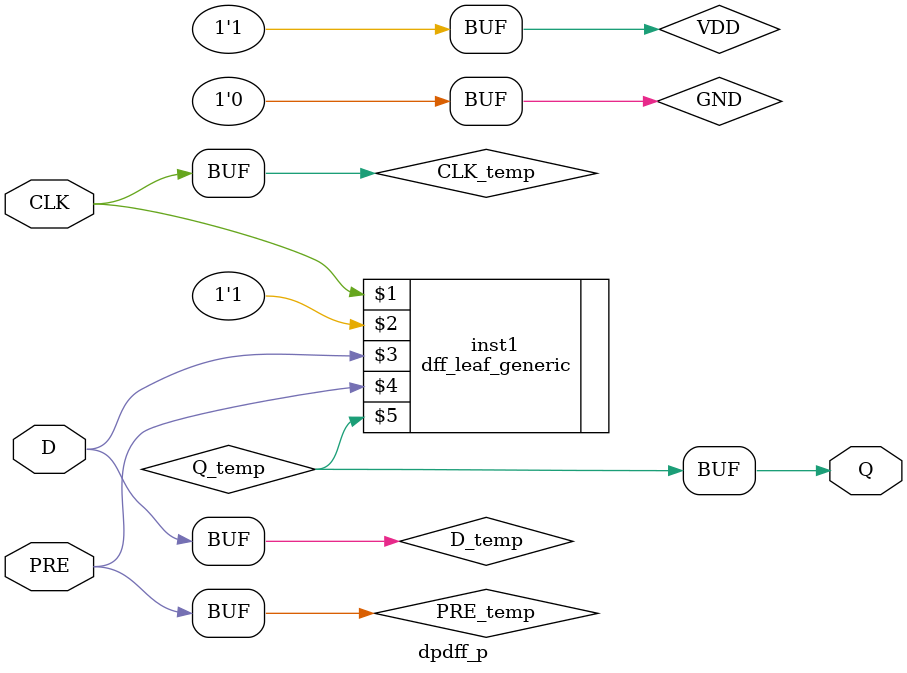
<source format=v>
module dpdff_p(CLK,D,PRE,Q);
  parameter BIT = 0;
  parameter COLINST = "0";
  parameter GROUP = "dpath1";
  parameter
        d_CLK_r = 0,
        d_CLK_f = 0,
        d_D_r = 0,
        d_D_f = 0,
        d_PRE_r = 0,
        d_PRE_f = 0,
        d_Q_r = 1,
        d_Q_f = 1;
  input  CLK;
  input  D;
  input  PRE;
  output  Q;
  wire  CLK_temp;
  wire  D_temp;
  wire  PRE_temp;
  wire  Q_temp;
  supply0  GND;
  supply1  VDD;
  assign #(d_CLK_r,d_CLK_f) CLK_temp = CLK;
  assign #(d_D_r,d_D_f) D_temp = D;
  assign #(d_PRE_r,d_PRE_f) PRE_temp = PRE;
  assign #(d_Q_r,d_Q_f) Q = Q_temp;
  dff_leaf_generic inst1 (CLK_temp,VDD,D_temp,PRE_temp,Q_temp);
  specify
    specparam
      t_hold_D = 0,
      t_setup_D = 0,
      t_width_PRE = 0;
    $hold(posedge CLK , D , t_hold_D);
    $setup(D , posedge CLK , t_setup_D);
    $width(negedge PRE , t_width_PRE);
  endspecify
endmodule

</source>
